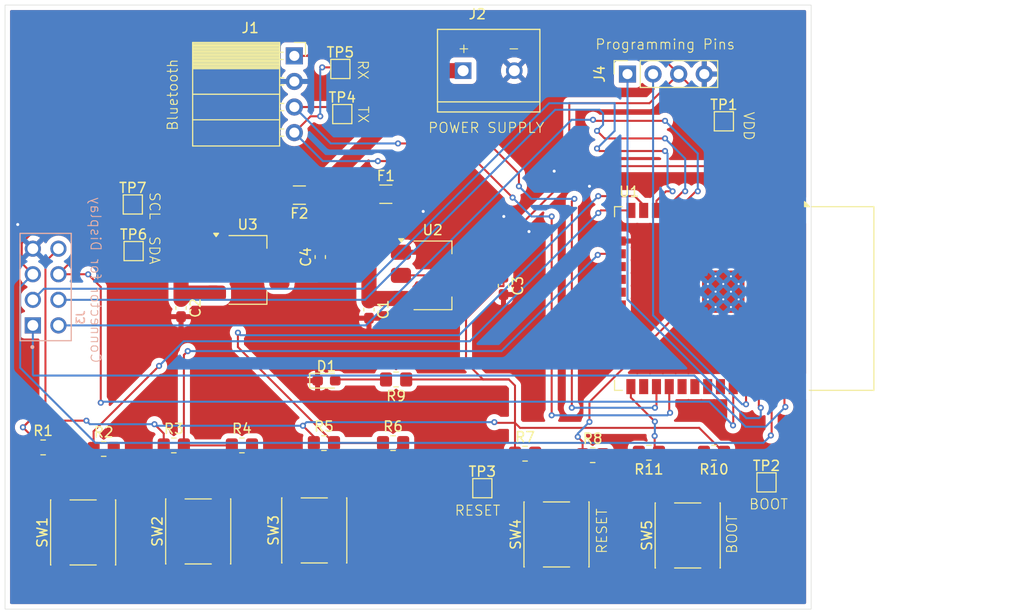
<source format=kicad_pcb>
(kicad_pcb (version 20240108) (generator "pcbnew") (generator_version "8.0")
  (layers (0 "F.Cu" signal) (31 "B.Cu" signal) (34 "B.Paste" user) (35 "F.Paste" user) (36 "B.SilkS" user "B.Silkscreen") (37 "F.SilkS" user "F.Silkscreen") (38 "B.Mask" user) (39 "F.Mask" user) (44 "Edge.Cuts" user))
  (net 0 "")
  (net 1 "Net-(U2-VI)")
  (net 2 "GND")
  (net 3 "Net-(U3-VI)")
  (net 4 "VDD")
  (net 5 "/Vin")
  (net 6 "Net-(D1-A)")
  (net 7 "/Vbat")
  (net 8 "/Rx_BL")
  (net 9 "/Tx_BL")
  (net 10 "/Rx")
  (net 11 "/Tx")
  (net 12 "/PB2")
  (net 13 "Net-(R2-Pad2)")
  (net 14 "/PB3")
  (net 15 "Net-(R4-Pad2)")
  (net 16 "/PB4")
  (net 17 "Net-(R6-Pad2)")
  (net 18 "/EN")
  (net 19 "Net-(R8-Pad2)")
  (net 20 "/BOOT")
  (net 21 "Net-(R11-Pad2)")
  (net 25 "/d{slash}c")
  (net 27 "/busy")
  (net 30 "/sda")
  (net 31 "/scl")
  (net 32 "/res")
  (net 33 "/cs")
  (footprint "Button_Switch_SMD:SW_Push_1P1T_NO_6x6mm_H9.5mm" (layer "F.Cu") (at 130.73 146.585 90)
    (property "Reference" "SW4")
    (property "Value" "SW_Push")
  )
  (footprint "Resistor_SMD:R_0805_2012Metric_Pad1.20x1.40mm_HandSolder" (layer "F.Cu") (at 127.61 138.56)
    (property "Reference" "R7")
    (property "Value" "12K")
  )
  (footprint "Resistor_SMD:R_0805_2012Metric_Pad1.20x1.40mm_HandSolder" (layer "F.Cu") (at 79.78 137.94)
    (property "Reference" "R1")
    (property "Value" "12K")
  )
  (footprint "TestPoint:TestPoint_Pad_1.5x1.5mm" (layer "F.Cu") (at 88.68 113.81)
    (property "Reference" "TP7")
    (property "Value" "TestPoint")
  )
  (footprint "TestPoint:TestPoint_Pad_1.5x1.5mm" (layer "F.Cu") (at 123.37 141.99)
    (property "Reference" "TP3")
    (property "Value" "TestPoint")
  )
  (footprint "Connector_PinSocket_2.54mm:PinSocket_1x04_P2.54mm_Horizontal" (layer "F.Cu") (at 104.71 99.05)
    (property "Reference" "J1")
    (property "Value" "Conn_01x04_Pin")
  )
  (footprint "TestPoint:TestPoint_Pad_1.5x1.5mm" (layer "F.Cu") (at 147.34 105.55)
    (property "Reference" "TP1")
    (property "Value" "TestPoint")
  )
  (footprint "Connector_PinSocket_2.54mm:PinSocket_1x04_P2.54mm_Vertical" (layer "F.Cu") (at 137.775 100.855 90)
    (property "Reference" "J4")
    (property "Value" "Conn_01x04_Pin")
  )
  (footprint "Capacitor_SMD:C_0603_1608Metric_Pad1.08x0.95mm_HandSolder" (layer "F.Cu") (at 107.2875 119.03 90)
    (property "Reference" "C4")
    (property "Value" "22uF")
  )
  (footprint "TestPoint:TestPoint_Pad_1.5x1.5mm" (layer "F.Cu") (at 88.76 118.44)
    (property "Reference" "TP6")
    (property "Value" "TestPoint")
  )
  (footprint "Capacitor_SMD:C_0603_1608Metric_Pad1.08x0.95mm_HandSolder" (layer "F.Cu") (at 93.4675 124.09 -90)
    (property "Reference" "C2")
    (property "Value" "10uF")
  )
  (footprint "RF_Module:ESP32-WROOM-32" (layer "F.Cu") (at 146.37 123.15 -90)
    (property "Reference" "U1")
    (property "Value" "ESP32-WROOM-32")
  )
  (footprint "Resistor_SMD:R_0805_2012Metric_Pad1.20x1.40mm_HandSolder" (layer "F.Cu") (at 107.65 137.51)
    (property "Reference" "R5")
    (property "Value" "12K")
  )
  (footprint "Resistor_SMD:R_0805_2012Metric_Pad1.20x1.40mm_HandSolder" (layer "F.Cu") (at 114.51 137.51)
    (property "Reference" "R6")
    (property "Value" "470")
  )
  (footprint "Resistor_SMD:R_0805_2012Metric_Pad1.20x1.40mm_HandSolder" (layer "F.Cu") (at 139.9 138.47 180)
    (property "Reference" "R11")
    (property "Value" "470")
  )
  (footprint "Fuse:Fuse_1206_3216Metric_Pad1.42x1.75mm_HandSolder" (layer "F.Cu") (at 113.7925 112.79)
    (property "Reference" "F1")
    (property "Value" "Fuse")
  )
  (footprint "282837-2:TE_282837-2" (layer "F.Cu") (at 124 100.52)
    (property "Reference" "J2")
    (property "Value" "Conn_01x02_Pin")
  )
  (footprint "LED_SMD:LED_0603_1608Metric_Pad1.05x0.95mm_HandSolder" (layer "F.Cu") (at 107.895 131.31)
    (property "Reference" "D1")
    (property "Value" "Power LED")
  )
  (footprint "Button_Switch_SMD:SW_Push_1P1T_NO_6x6mm_H9.5mm" (layer "F.Cu") (at 106.69 146.185 90)
    (property "Reference" "SW3")
    (property "Value" "SW_Push")
  )
  (footprint "Resistor_SMD:R_0805_2012Metric_Pad1.20x1.40mm_HandSolder" (layer "F.Cu") (at 85.79 138.09)
    (property "Reference" "R2")
    (property "Value" "470")
  )
  (footprint "TestPoint:TestPoint_Pad_1.5x1.5mm" (layer "F.Cu") (at 109.28 100.35)
    (property "Reference" "TP5")
    (property "Value" "TestPoint")
  )
  (footprint "Button_Switch_SMD:SW_Push_1P1T_NO_6x6mm_H9.5mm" (layer "F.Cu") (at 143.75 146.685 90)
    (property "Reference" "SW5")
    (property "Value" "SW_Push")
  )
  (footprint "Capacitor_SMD:C_0603_1608Metric_Pad1.08x0.95mm_HandSolder" (layer "F.Cu") (at 112.1175 124.24 -90)
    (property "Reference" "C1")
    (property "Value" "10uf")
  )
  (footprint "TestPoint:TestPoint_Pad_1.5x1.5mm" (layer "F.Cu") (at 109.47 104.83)
    (property "Reference" "TP4")
    (property "Value" "TestPoint")
  )
  (footprint "Resistor_SMD:R_0805_2012Metric_Pad1.20x1.40mm_HandSolder" (layer "F.Cu") (at 134.32 138.71)
    (property "Reference" "R8")
    (property "Value" "470")
  )
  (footprint "Package_TO_SOT_SMD:SOT-223-3_TabPin2" (layer "F.Cu") (at 118.44 120.85)
    (property "Reference" "U2")
    (property "Value" "AMS1117-3.3")
  )
  (footprint "Resistor_SMD:R_0805_2012Metric_Pad1.20x1.40mm_HandSolder" (layer "F.Cu") (at 146.36 138.47 180)
    (property "Reference" "R10")
    (property "Value" "12K")
  )
  (footprint "Fuse:Fuse_1206_3216Metric_Pad1.42x1.75mm_HandSolder" (layer "F.Cu") (at 105.2125 112.88 180)
    (property "Reference" "F2")
    (property "Value" "Fuse")
  )
  (footprint "Resistor_SMD:R_0805_2012Metric_Pad1.20x1.40mm_HandSolder" (layer "F.Cu") (at 114.81 131.19 180)
    (property "Reference" "R9")
    (property "Value" "470")
  )
  (footprint "Button_Switch_SMD:SW_Push_1P1T_NO_6x6mm_H9.5mm" (layer "F.Cu") (at 83.75 146.385 90)
    (property "Reference" "SW1")
    (property "Value" "SW_Push")
  )
  (footprint "Resistor_SMD:R_0805_2012Metric_Pad1.20x1.40mm_HandSolder" (layer "F.Cu") (at 92.75 137.74)
    (property "Reference" "R3")
    (property "Value" "12K")
  )
  (footprint "Package_TO_SOT_SMD:SOT-223-3_TabPin2" (layer "F.Cu") (at 100.08 120.31)
    (property "Reference" "U3")
    (property "Value" "AMS1117-5.0")
  )
  (footprint "Capacitor_SMD:C_0603_1608Metric_Pad1.08x0.95mm_HandSolder" (layer "F.Cu") (at 125.4675 121.89 -90)
    (property "Reference" "C3")
    (property "Value" "22uf")
  )
  (footprint "Resistor_SMD:R_0805_2012Metric_Pad1.20x1.40mm_HandSolder" (layer "F.Cu") (at 99.51 137.74)
    (property "Reference" "R4")
    (property "Value" "470")
  )
  (footprint "TestPoint:TestPoint_Pad_1.5x1.5mm" (layer "F.Cu") (at 151.57 141.41)
    (property "Reference" "TP2")
    (property "Value" "TestPoint")
  )
  (footprint "Button_Switch_SMD:SW_Push_1P1T_NO_6x6mm_H9.5mm" (layer "F.Cu") (at 95.17 146.285 90)
    (property "Reference" "SW2")
    (property "Value" "SW_Push")
  )
  (footprint "PPTC042LFBN_RC:SULLINS_PPTC042LFBN-RC" (layer "B.Cu") (at 80.03 122.01 90)
    (property "Reference" "J3")
    (property "Value" "PPTC042LFBN-RC")
  )
  (gr_rect (start 76 94) (end 156 154) (stroke (width 0.05)) (fill none) (layer "Edge.Cuts"))
  (gr_text "Connector for Display\n" (at 84.41 129.64 -90) (layer "B.SilkS") (effects (font (size 1 1) (thickness 0.1)) (justify left bottom mirror)))
  (gr_text "-" (at 125.81 98.86 0) (layer "F.SilkS") (effects (font (size 1 1) (thickness 0.1)) (justify left bottom)))
  (gr_text "POWER SUPPLY" (at 117.93 106.78 0) (layer "F.SilkS") (effects (font (size 1 1) (thickness 0.1)) (justify left bottom)))
  (gr_text "RX" (at 110.93 99.39 -90) (layer "F.SilkS") (effects (font (size 1 1) (thickness 0.1)) (justify left bottom)))
  (gr_text "BOOT" (at 148.73 148.57 90) (layer "F.SilkS") (effects (font (size 1 1) (thickness 0.1)) (justify left bottom)))
  (gr_text "VDD" (at 149.23 104.53 -90) (layer "F.SilkS") (effects (font (size 1 1) (thickness 0.1)) (justify left bottom)))
  (gr_text "RESET" (at 120.57 144.8 0) (layer "F.SilkS") (effects (font (size 1 1) (thickness 0.1)) (justify left bottom)))
  (gr_text "SCL" (at 90.26 112.51 -90) (layer "F.SilkS") (effects (font (size 1 1) (thickness 0.1)) (justify left bottom)))
  (gr_text "RESET" (at 135.82 148.57 90) (layer "F.SilkS") (effects (font (size 1 1) (thickness 0.1)) (justify left bottom)))
  (gr_text "Bluetooth" (at 93.22 106.55 90) (layer "F.SilkS") (effects (font (size 1 1) (thickness 0.1)) (justify left bottom)))
  (gr_text "Programming Pins" (at 134.52 98.49 0) (layer "F.SilkS") (effects (font (size 1 1) (thickness 0.1)) (justify left bottom)))
  (gr_text "SDA" (at 90.24 116.89 -90) (layer "F.SilkS") (effects (font (size 1 1) (thickness 0.1)) (justify left bottom)))
  (gr_text "TX" (at 110.96 103.95 -90) (layer "F.SilkS") (effects (font (size 1 1) (thickness 0.1)) (justify left bottom)))
  (gr_text "+" (at 120.85 98.86 0) (layer "F.SilkS") (effects (font (size 1 1) (thickness 0.1)) (justify left bottom)))
  (gr_text "BOOT" (at 149.78 144.17 0) (layer "F.SilkS") (effects (font (size 1 1) (thickness 0.1)) (justify left bottom)))
  (segment (start 115.28 112.79) (end 115.28 115.686168) (width 1.5) (layer "F.Cu") (net 1))
  (segment (start 115.28 115.686168) (end 112.1175 118.848668) (width 1.5) (layer "F.Cu") (net 1))
  (segment (start 112.1175 118.848668) (end 112.1175 123.3775) (width 1.5) (layer "F.Cu") (net 1))
  (segment (start 115.29 123.15) (end 112.345 123.15) (width 1.5) (layer "F.Cu") (net 1))
  (segment (start 112.345 123.15) (end 112.1175 123.3775) (width 1.5) (layer "F.Cu") (net 1))
  (segment (start 117.5 116.34) (end 117.5 114.5) (width 0.2) (layer "F.Cu") (net 2))
  (segment (start 115.29 118.55) (end 117.5 116.34) (width 0.2) (layer "F.Cu") (net 2))
  (via (at 117.5 114.5) (size 0.6) (drill 0.3) (layers "F.Cu" "B.Cu") (net 2))
  (via (at 125.5 115) (size 0.6) (drill 0.3) (layers "F.Cu" "B.Cu") (net 2))
  (via (at 77.26 115.8) (size 0.6) (drill 0.3) (layers "F.Cu" "B.Cu") (net 2))
  (via (at 128 116.5) (size 0.6) (drill 0.3) (layers "F.Cu" "B.Cu") (net 2))
  (via (at 130.5 110.5) (size 0.6) (drill 0.3) (layers "F.Cu" "B.Cu") (net 2))
  (via (at 134 112) (size 0.6) (drill 0.3) (layers "F.Cu" "B.Cu") (net 2))
  (segment (start 78.76 118.2) (end 77.26 116.7) (width 0.2) (layer "B.Cu") (net 2))
  (segment (start 77.26 116.7) (end 77.26 115.8) (width 0.2) (layer "B.Cu") (net 2))
  (segment (start 126.5 115) (end 125.5 115) (width 0.2) (layer "B.Cu") (net 2))
  (segment (start 134 112) (end 132.5 110.5) (width 0.2) (layer "B.Cu") (net 2))
  (segment (start 128 116.5) (end 126.5 115) (width 0.2) (layer "B.Cu") (net 2))
  (segment (start 132.5 110.5) (end 130.5 110.5) (width 0.2) (layer "B.Cu") (net 2))
  (segment (start 94.085 122.61) (end 93.4675 123.2275) (width 1.5) (layer "F.Cu") (net 3))
  (segment (start 94.12 112.88) (end 93.4675 113.5325) (width 1.5) (layer "F.Cu") (net 3))
  (segment (start 103.725 112.88) (end 94.12 112.88) (width 1.5) (layer "F.Cu") (net 3))
  (segment (start 93.4675 113.5325) (end 93.4675 123.2275) (width 1.5) (layer "F.Cu") (net 3))
  (segment (start 96.93 122.61) (end 94.085 122.61) (width 1.5) (layer "F.Cu") (net 3))
  (segment (start 78.4352 135.2804) (end 77.7748 135.9408) (width 0.2) (layer "F.Cu") (net 4))
  (segment (start 126.61 135.5) (end 124.6288 135.5) (width 0.2) (layer "F.Cu") (net 4))
  (segment (start 142.855 100.855) (end 147.34 105.34) (width 0.2) (layer "F.Cu") (net 4))
  (segment (start 132 109) (end 132 103.75) (width 0.2) (layer "F.Cu") (net 4))
  (segment (start 132 103.75) (end 139.96 103.75) (width 0.2) (layer "F.Cu") (net 4))
  (segment (start 125.4675 117.5325) (end 133 110) (width 0.2) (layer "F.Cu") (net 4))
  (segment (start 106 99.05) (end 104.71 99.05) (width 0.2) (layer "F.Cu") (net 4))
  (segment (start 121.59 120.85) (end 125.29 120.85) (width 0.2) (layer "F.Cu") (net 4))
  (segment (start 126.61 131.8) (end 126.61 135.5) (width 0.2) (layer "F.Cu") (net 4))
  (segment (start 142.855 100.855) (end 137.55 95.55) (width 0.2) (layer "F.Cu") (net 4))
  (segment (start 125.000778 121.915) (end 121.75 125.165778) (width 0.2) (layer "F.Cu") (net 4))
  (segment (start 125.4675 121.0275) (end 125.4675 121.915) (width 0.2) (layer "F.Cu") (net 4))
  (segment (start 84.074 135.2804) (end 78.4352 135.2804) (width 0.2) (layer "F.Cu") (net 4))
  (segment (start 126 131.19) (end 115.81 131.19) (width 0.2) (layer "F.Cu") (net 4))
  (segment (start 123.44 131.19) (end 126 131.19) (width 0.2) (layer "F.Cu") (net 4))
  (segment (start 91.75 137.74) (end 91.75 136.5556) (width 0.2) (layer "F.Cu") (net 4))
  (segment (start 126 131.19) (end 126.61 131.8) (width 0.2) (layer "F.Cu") (net 4))
  (segment (start 147.34 105.34) (end 147.34 105.55) (width 0.2) (layer "F.Cu") (net 4))
  (segment (start 77.7748 135.9408) (end 80.01 133.7056) (width 0.2) (layer "F.Cu") (net 4))
  (segment (start 139.96 103.75) (end 142.855 100.855) (width 0.2) (layer "F.Cu") (net 4))
  (segment (start 153 110) (end 153.35 110.35) (width 0.2) (layer "F.Cu") (net 4))
  (segment (start 144.89 136) (end 147.36 138.47) (width 0.2) (layer "F.Cu") (net 4))
  (segment (start 125.29 120.85) (end 125.4675 121.0275) (width 0.2) (layer "F.Cu") (net 4))
  (segment (start 78.78 137.94) (end 78.78 136.946) (width 0.2) (layer "F.Cu") (net 4))
  (segment (start 78.78 136.946) (end 77.7748 135.9408) (width 0.2) (layer "F.Cu") (net 4))
  (segment (start 106.65 137.51) (end 106.65 136.876) (width 0.2) (layer "F.Cu") (net 4))
  (segment (start 133 110) (end 153 110) (width 0.2) (layer "F.Cu") (net 4))
  (segment (start 126.61 135.5) (end 127.11 136) (width 0.2) (layer "F.Cu") (net 4))
  (segment (start 121.75 129.5) (end 123.44 131.19) (width 0.2) (layer "F.Cu") (net 4))
  (segment (start 121.59 120.85) (end 115.29 120.85) (width 0.2) (layer "F.Cu") (net 4))
  (segment (start 91.75 136.5556) (end 90.8304 135.636) (width 0.2) (layer "F.Cu") (net 4))
  (segment (start 80.01 119.49) (end 81.3 118.2) (width 0.2) (layer "F.Cu") (net 4))
  (segment (start 126.61 135.5) (end 126.61 138.56) (width 0.2) (layer "F.Cu") (net 4))
  (segment (start 153.35 110.35) (end 153.35 114.4) (width 0.2) (layer "F.Cu") (net 4))
  (segment (start 121.75 125.165778) (end 121.75 129.5) (width 0.2) (layer "F.Cu") (net 4))
  (segment (start 125.4675 121.0275) (end 125.4675 117.5325) (width 0.2) (layer "F.Cu") (net 4))
  (segment (start 106.65 136.876) (end 105.5624 135.7884) (width 0.2) (layer "F.Cu") (net 4))
  (segment (start 127.11 136) (end 144.89 136) (width 0.2) (layer "F.Cu") (net 4))
  (segment (start 124.6288 135.5) (end 124.5616 135.4328) (width 0.2) (layer "F.Cu") (net 4))
  (segment (start 125.4675 121.915) (end 125.000778 121.915) (width 0.2) (layer "F.Cu") (net 4))
  (segment (start 109.5 95.55) (end 106 99.05) (width 0.2) (layer "F.Cu") (net 4))
  (segment (start 80.01 133.7056) (end 80.01 119.49) (width 0.2) (layer "F.Cu") (net 4))
  (segment (start 137.55 95.55) (end 109.5 95.55) (width 0.2) (layer "F.Cu") (net 4))
  (segment (start 133 110) (end 132 109) (width 0.2) (layer "F.Cu") (net 4))
  (via (at 105.5624 135.7884) (size 0.6) (drill 0.3) (layers "F.Cu" "B.Cu") (net 4))
  (via (at 90.8304 135.636) (size 0.6) (drill 0.3) (layers "F.Cu" "B.Cu") (net 4))
  (via (at 77.7748 135.9408) (size 0.6) (drill 0.3) (layers "F.Cu" "B.Cu") (net 4))
  (via (at 84.074 135.2804) (size 0.6) (drill 0.3) (layers "F.Cu" "B.Cu") (net 4))
  (via (at 124.5616 135.4328) (size 0.6) (drill 0.3) (layers "F.Cu" "B.Cu") (net 4))
  (segment (start 105.918 135.4328) (end 105.5624 135.7884) (width 0.2) (layer "B.Cu") (net 4))
  (segment (start 105.5624 135.7884) (end 90.9828 135.7884) (width 0.2) (layer "B.Cu") (net 4))
  (segment (start 124.5616 135.4328) (end 105.918 135.4328) (width 0.2) (layer "B.Cu") (net 4))
  (segment (start 84.4296 135.636) (end 84.074 135.2804) (width 0.2) (layer "B.Cu") (net 4))
  (segment (start 90.9828 135.7884) (end 90.8304 135.636) (width 0.2) (layer "B.Cu") (net 4))
  (segment (start 90.8304 135.636) (end 84.4296 135.636) (width 0.2) (layer "B.Cu") (net 4))
  (segment (start 112.305 112.79) (end 112.305 115.37346) (width 1.5) (layer "F.Cu") (net 5))
  (segment (start 103.23 120.31) (end 106.87 120.31) (width 1.5) (layer "F.Cu") (net 5))
  (segment (start 106.87 120.31) (end 107.2875 119.8925) (width 1.5) (layer "F.Cu") (net 5))
  (segment (start 112.305 115.37346) (end 107.78596 119.8925) (width 1.5) (layer "F.Cu") (net 5))
  (segment (start 107.78596 119.8925) (end 107.2875 119.8925) (width 1.5) (layer "F.Cu") (net 5))
  (segment (start 103.23 120.31) (end 96.93 120.31) (width 1.5) (layer "F.Cu") (net 5))
  (segment (start 113.81 131.19) (end 108.89 131.19) (width 0.2) (layer "F.Cu") (net 6))
  (segment (start 108.89 131.19) (end 108.77 131.31) (width 0.2) (layer "F.Cu") (net 6))
  (segment (start 119.06 100.52) (end 106.7 112.88) (width 1.5) (layer "F.Cu") (net 7))
  (segment (start 121.46 100.52) (end 119.06 100.52) (width 1.5) (layer "F.Cu") (net 7))
  (segment (start 141.92 131.9) (end 141.92 134.42) (width 0.2) (layer "F.Cu") (net 8))
  (segment (start 122.75 109.5) (end 113 109.5) (width 0.2) (layer "F.Cu") (net 8))
  (segment (start 130.25 134.75) (end 130.25 115) (width 0.2) (layer "F.Cu") (net 8))
  (segment (start 126.375 113.125) (end 122.75 109.5) (width 0.2) (layer "F.Cu") (net 8))
  (segment (start 109.12 100.19) (end 109.28 100.35) (width 0.2) (layer "F.Cu") (net 8))
  (segment (start 141.92 134.42) (end 142 134.5) (width 0.2) (layer "F.Cu") (net 8))
  (segment (start 104.71 106.67) (end 106.33 105.05) (width 0.2) (layer "F.Cu") (net 8))
  (segment (start 107.48 100.19) (end 109.12 100.19) (width 0.2) (layer "F.Cu") (net 8))
  (segment (start 106.33 105.05) (end 107.28 105.05) (width 0.2) (layer "F.Cu") (net 8))
  (via (at 130.25 134.75) (size 0.6) (drill 0.3) (layers "F.Cu" "B.Cu") (net 8))
  (via (at 107.28 105.05) (size 0.6) (drill 0.3) (layers "F.Cu" "B.Cu") (net 8))
  (via (at 126.375 113.125) (size 0.6) (drill 0.3) (layers "F.Cu" "B.Cu") (net 8))
  (via (at 130.25 115) (size 0.6) (drill 0.3) (layers "F.Cu" "B.Cu") (net 8))
  (via (at 113 109.5) (size 0.6) (drill 0.3) (layers "F.Cu" "B.Cu") (net 8))
  (via (at 107.48 100.19) (size 0.6) (drill 0.3) (layers "F.Cu" "B.Cu") (net 8))
  (via (at 142 134.5) (size 0.6) (drill 0.3) (layers "F.Cu" "B.Cu") (net 8))
  (segment (start 113 109.5) (end 107.54 109.5) (width 0.2) (layer "B.Cu") (net 8))
  (segment (start 107.28 100.39) (end 107.48 100.19) (width 0.2) (layer "B.Cu") (net 8))
  (segment (start 107.28 105.05) (end 107.28 100.39) (width 0.2) (layer "B.Cu") (net 8))
  (segment (start 126.375 113.125) (end 128.25 115) (width 0.2) (layer "B.Cu") (net 8))
  (segment (start 107.54 109.5) (end 104.71 106.67) (width 0.2) (layer "B.Cu") (net 8))
  (segment (start 128.25 115) (end 130.25 115) (width 0.2) (layer "B.Cu") (net 8))
  (segment (start 142 134.5) (end 141.75 134.75) (width 0.2) (layer "B.Cu") (net 8))
  (segment (start 141.75 134.75) (end 130.25 134.75) (width 0.2) (layer "B.Cu") (net 8))
  (segment (start 127 110.75) (end 124 107.75) (width 0.2) (layer "F.Cu") (net 9))
  (segment (start 127 112) (end 127 110.75) (width 0.2) (layer "F.Cu") (net 9))
  (segment (start 140.65 133.85) (end 140.5 134) (width 0.2) (layer "F.Cu") (net 9))
  (segment (start 132.25 113.5) (end 132.5 113.25) (width 0.2) (layer "F.Cu") (net 9))
  (segment (start 124 107.75) (end 115 107.75) (width 0.2) (layer "F.Cu") (net 9))
  (segment (start 108.77 104.13) (end 109.47 104.83) (width 0.2) (layer "F.Cu") (net 9))
  (segment (start 104.71 104.13) (end 108.77 104.13) (width 0.2) (layer "F.Cu") (net 9))
  (segment (start 140.65 131.9) (end 140.65 133.85) (width 0.2) (layer "F.Cu") (net 9))
  (segment (start 132.25 134) (end 132.25 113.5) (width 0.2) (layer "F.Cu") (net 9))
  (via (at 115 107.75) (size 0.6) (drill 0.3) (layers "F.Cu" "B.Cu") (net 9))
  (via (at 132.5 113.25) (size 0.6) (drill 0.3) (layers "F.Cu" "B.Cu") (net 9))
  (via (at 140.5 134) (size 0.6) (drill 0.3) (layers "F.Cu" "B.Cu") (net 9))
  (via (at 132.25 134) (size 0.6) (drill 0.3) (layers "F.Cu" "B.Cu") (net 9))
  (via (at 127 112) (size 0.6) (drill 0.3) (layers "F.Cu" "B.Cu") (net 9))
  (segment (start 140.5 134) (end 132.25 134) (width 0.2) (layer "B.Cu") (net 9))
  (segment (start 128.25 113.25) (end 132.5 113.25) (width 0.2) (layer "B.Cu") (net 9))
  (segment (start 115 107.75) (end 108.33 107.75) (width 0.2) (layer "B.Cu") (net 9))
  (segment (start 127 112) (end 128.25 113.25) (width 0.2) (layer "B.Cu") (net 9))
  (segment (start 108.33 107.75) (end 104.71 104.13) (width 0.2) (layer "B.Cu") (net 9))
  (segment (start 149.54 133.6548) (end 149.54 131.9) (width 0.2) (layer "F.Cu") (net 10))
  (via (at 149.54 133.6548) (size 0.6) (drill 0.3) (layers "F.Cu" "B.Cu") (net 10))
  (segment (start 140.315 124.815) (end 140.315 100.855) (width 0.2) (layer "B.Cu") (net 10))
  (segment (start 149.1548 133.6548) (end 140.315 124.815) (width 0.2) (layer "B.Cu") (net 10))
  (segment (start 149.54 133.6548) (end 149.1548 133.6548) (width 0.2) (layer "B.Cu") (net 10))
  (segment (start 150.81 133.81) (end 151 134) (width 0.2) (layer "F.Cu") (net 11))
  (segment (start 150.81 131.9) (end 150.81 133.81) (width 0.2) (layer "F.Cu") (net 11))
  (via (at 151 134) (size 0.6) (drill 0.3) (layers "F.Cu" "B.Cu") (net 11))
  (segment (start 150.8252 135.0264) (end 149.565736 135.0264) (width 0.2) (layer "B.Cu") (net 11))
  (segment (start 137.775 123.235664) (end 137.775 100.855) (width 0.2) (layer "B.Cu") (net 11))
  (segment (start 151 134) (end 151 134.8516) (width 0.2) (layer "B.Cu") (net 11))
  (segment (start 151 134.8516) (end 150.8252 135.0264) (width 0.2) (layer "B.Cu") (net 11))
  (segment (start 149.565736 135.0264) (end 137.775 123.235664) (width 0.2) (layer "B.Cu") (net 11))
  (segment (start 91.2876 129.8448) (end 84.79 136.3424) (width 0.2) (layer "F.Cu") (net 12))
  (segment (start 84.64 137.94) (end 84.79 138.09) (width 0.2) (layer "F.Cu") (net 12))
  (segment (start 84.79 136.3424) (end 84.79 138.09) (width 0.2) (layer "F.Cu") (net 12))
  (segment (start 138.11 114.4) (end 135.1296 114.4) (width 0.2) (layer "F.Cu") (net 12))
  (segment (start 80.78 137.94) (end 84.64 137.94) (width 0.2) (layer "F.Cu") (net 12))
  (segment (start 135.1296 114.4) (end 134.874 114.6556) (width 0.2) (layer "F.Cu") (net 12))
  (via (at 91.2876 129.8448) (size 0.6) (drill 0.3) (layers "F.Cu" "B.Cu") (net 12))
  (via (at 134.874 114.6556) (size 0.6) (drill 0.3) (layers "F.Cu" "B.Cu") (net 12))
  (segment (start 134.874 114.6556) (end 122.1328 127.3968) (width 0.2) (layer "B.Cu") (net 12))
  (segment (start 93.7356 127.3968) (end 91.2876 129.8448) (width 0.2) (layer "B.Cu") (net 12))
  (segment (start 122.1328 127.3968) (end 93.7356 127.3968) (width 0.2) (layer "B.Cu") (net 12))
  (segment (start 82.47 142.41) (end 81.5 142.41) (width 0.2) (layer "F.Cu") (net 13))
  (segment (start 81.5 142.41) (end 81.5 150.36) (width 0.2) (layer "F.Cu") (net 13))
  (segment (start 86.79 138.09) (end 82.47 142.41) (width 0.2) (layer "F.Cu") (net 13))
  (segment (start 98.51 137.74) (end 93.75 137.74) (width 0.2) (layer "F.Cu") (net 14))
  (segment (start 136.86 118.71) (end 134.9344 118.71) (width 0.2) (layer "F.Cu") (net 14))
  (segment (start 134.9344 118.71) (end 134.8232 118.8212) (width 0.2) (layer "F.Cu") (net 14))
  (segment (start 93.75 128.754) (end 93.75 137.74) (width 0.2) (layer "F.Cu") (net 14))
  (segment (start 94.1324 128.3716) (end 93.75 128.754) (width 0.2) (layer "F.Cu") (net 14))
  (via (at 134.8232 118.8212) (size 0.6) (drill 0.3) (layers "F.Cu" "B.Cu") (net 14))
  (via (at 94.1324 128.3716) (size 0.6) (drill 0.3) (layers "F.Cu" "B.Cu") (net 14))
  (segment (start 134.8232 118.8212) (end 125.2728 128.3716) (width 0.2) (layer "B.Cu") (net 14))
  (segment (start 125.2728 128.3716) (end 94.1324 128.3716) (width 0.2) (layer "B.Cu") (net 14))
  (segment (start 92.92 142.31) (end 92.92 150.26) (width 0.2) (layer "F.Cu") (net 15))
  (segment (start 97.015 141.235) (end 93.995 141.235) (width 0.2) (layer "F.Cu") (net 15))
  (segment (start 100.51 137.74) (end 97.015 141.235) (width 0.2) (layer "F.Cu") (net 15))
  (segment (start 93.995 141.235) (end 92.92 142.31) (width 0.2) (layer "F.Cu") (net 15))
  (segment (start 139.38 113.87) (end 138.4892 112.9792) (width 0.2) (layer "F.Cu") (net 16))
  (segment (start 108.65 137.51) (end 113.51 137.51) (width 0.2) (layer "F.Cu") (net 16))
  (segment (start 138.4892 112.9792) (end 134.874 112.9792) (width 0.2) (layer "F.Cu") (net 16))
  (segment (start 99.1108 126.5428) (end 99.1108 127.9708) (width 0.2) (layer "F.Cu") (net 16))
  (segment (start 139.38 114.4) (end 139.38 113.87) (width 0.2) (layer "F.Cu") (net 16))
  (segment (start 99.1108 127.9708) (end 108.65 137.51) (width 0.2) (layer "F.Cu") (net 16))
  (via (at 134.874 112.9792) (size 0.6) (drill 0.3) (layers "F.Cu" "B.Cu") (net 16))
  (via (at 99.1108 126.5428) (size 0.6) (drill 0.3) (layers "F.Cu" "B.Cu") (net 16))
  (segment (start 121.0564 126.7968) (end 134.874 112.9792) (width 0.2) (layer "B.Cu") (net 16))
  (segment (start 99.3648 126.7968) (end 121.0564 126.7968) (width 0.2) (layer "B.Cu") (net 16))
  (segment (start 99.1108 126.5428) (end 99.3648 126.7968) (width 0.2) (layer "B.Cu") (net 16))
  (segment (start 105.515 141.135) (end 104.44 142.21) (width 0.2) (layer "F.Cu") (net 17))
  (segment (start 104.44 142.21) (end 104.44 150.16) (width 0.2) (layer "F.Cu") (net 17))
  (segment (start 115.51 137.51) (end 111.885 141.135) (width 0.2) (layer "F.Cu") (net 17))
  (segment (start 111.885 141.135) (end 105.515 141.135) (width 0.2) (layer "F.Cu") (net 17))
  (segment (start 128.76 138.71) (end 128.61 138.56) (width 0.2) (layer "F.Cu") (net 18))
  (segment (start 132.84 136.89) (end 133.32 137.37) (width 0.2) (layer "F.Cu") (net 18))
  (segment (start 148.63 118.8) (end 152.08 115.35) (width 0.2) (layer "F.Cu") (net 18))
  (segment (start 143.82 123.61) (end 143.82 119.64) (width 0.2) (layer "F.Cu") (net 18))
  (segment (start 134 135.4) (end 134 133.43) (width 0.2) (layer "F.Cu") (net 18))
  (segment (start 133.32 137.37) (end 133.32 138.71) (width 0.2) (layer "F.Cu") (net 18))
  (segment (start 128.61 138.56) (end 125.18 141.99) (width 0.2) (layer "F.Cu") (net 18))
  (segment (start 133.32 138.71) (end 128.76 138.71) (width 0.2) (layer "F.Cu") (net 18))
  (segment (start 134 133.43) (end 143.82 123.61) (width 0.2) (layer "F.Cu") (net 18))
  (segment (start 144.66 118.8) (end 148.63 118.8) (width 0.2) (layer "F.Cu") (net 18))
  (segment (start 152.08 115.35) (end 152.08 114.4) (width 0.2) (layer "F.Cu") (net 18))
  (segment (start 143.82 119.64) (end 144.66 118.8) (width 0.2) (layer "F.Cu") (net 18))
  (segment (start 125.18 141.99) (end 123.37 141.99) (width 0.2) (layer "F.Cu") (net 18))
  (via (at 132.84 136.89) (size 0.6) (drill 0.3) (layers "F.Cu" "B.Cu") (net 18))
  (via (at 134 135.4) (size 0.6) (drill 0.3) (layers "F.Cu" "B.Cu") (net 18))
  (segment (start 134 135.4) (end 132.84 136.56) (width 0.2) (layer "B.Cu") (net 18))
  (segment (start 132.84 136.56) (end 132.84 136.89) (width 0.2) (layer "B.Cu") (net 18))
  (segment (start 132.495 141.535) (end 129.555 141.535) (width 0.2) (layer "F.Cu") (net 19))
  (segment (start 135.32 138.71) (end 132.495 141.535) (width 0.2) (layer "F.Cu") (net 19))
  (segment (start 128.48 142.61) (end 128.48 150.56) (width 0.2) (layer "F.Cu") (net 19))
  (segment (start 129.555 141.535) (end 128.48 142.61) (width 0.2) (layer "F.Cu") (net 19))
  (segment (start 138.11 132.99) (end 140.49 135.37) (width 0.2) (layer "F.Cu") (net 20))
  (segment (start 145.36 138.47) (end 148.3 141.41) (width 0.2) (layer "F.Cu") (net 20))
  (segment (start 138.11 131.9) (end 138.11 132.99) (width 0.2) (layer "F.Cu") (net 20))
  (segment (start 145.36 138.47) (end 140.9 138.47) (width 0.2) (layer "F.Cu") (net 20))
  (segment (start 140.47 136.8) (end 140.47 138.04) (width 0.2) (layer "F.Cu") (net 20))
  (segment (start 148.3 141.41) (end 151.57 141.41) (width 0.2) (layer "F.Cu") (net 20))
  (segment (start 140.47 138.04) (end 140.9 138.47) (width 0.2) (layer "F.Cu") (net 20))
  (via (at 140.49 135.37) (size 0.6) (drill 0.3) (layers "F.Cu" "B.Cu") (net 20))
  (via (at 140.47 136.8) (size 0.6) (drill 0.3) (layers "F.Cu" "B.Cu") (net 20))
  (segment (start 140.49 136.78) (end 140.47 136.8) (width 0.2) (layer "B.Cu") (net 20))
  (segment (start 140.49 135.37) (end 140.49 136.78) (width 0.2) (layer "B.Cu") (net 20))
  (segment (start 141.5 142.71) (end 141.5 150.66) (width 0.2) (layer "F.Cu") (net 21))
  (segment (start 138.9 140.11) (end 141.5 142.71) (width 0.2) (layer "F.Cu") (net 21))
  (segment (start 138.9 138.47) (end 138.9 140.11) (width 0.2) (layer "F.Cu") (net 21))
  (segment (start 141.6 112.5) (end 142.25 112.5) (width 0.2) (layer "F.Cu") (net 25))
  (segment (start 141.5 108.5) (end 135 108.5) (width 0.2) (layer "F.Cu") (net 25))
  (segment (start 140.65 113.45) (end 141.6 112.5) (width 0.2) (layer "F.Cu") (net 25))
  (segment (start 135 108.5) (end 134.75 108.25) (width 0.2) (layer "F.Cu") (net 25))
  (segment (start 140.65 114.4) (end 140.65 113.45) (width 0.2) (layer "F.Cu") (net 25))
  (via (at 141.5 108.5) (size 0.6) (drill 0.3) (layers "F.Cu" "B.Cu") (net 25))
  (via (at 134.75 108.25) (size 0.6) (drill 0.3) (layers "F.Cu" "B.Cu") (net 25))
  (via (at 142.25 112.5) (size 0.6) (drill 0.3) (layers "F.Cu" "B.Cu") (net 25))
  (segment (start 130 103.75) (end 111.5725 122.1775) (width 0.2) (layer "B.Cu") (net 25))
  (segment (start 136.5 106.5) (end 136.5 103.75) (width 0.2) (layer "B.Cu") (net 25))
  (segment (start 111.5725 122.1775) (end 79.8625 122.1775) (width 0.2) (layer "B.Cu") (net 25))
  (segment (start 136.5 103.75) (end 130 103.75) (width 0.2) (layer "B.Cu") (net 25))
  (segment (start 79.8625 122.1775) (end 78.76 123.28) (width 0.2) (layer "B.Cu") (net 25))
  (segment (start 141.5 108.5) (end 141.75 108.75) (width 0.2) (layer "B.Cu") (net 25))
  (segment (start 141.75 112) (end 142.25 112.5) (width 0.2) (layer "B.Cu") (net 25))
  (segment (start 141.75 108.75) (end 141.75 112) (width 0.2) (layer "B.Cu") (net 25))
  (segment (start 134.75 108.25) (end 136.5 106.5) (width 0.2) (layer "B.Cu") (net 25))
  (segment (start 153.35 133.83) (end 153.44 133.92) (width 0.2) (layer "F.Cu") (net 27))
  (segment (start 153.35 131.9) (end 153.35 133.83) (width 0.2) (layer "F.Cu") (net 27))
  (via (at 153.44 133.92) (size 0.6) (drill 0.3) (layers "F.Cu" "B.Cu") (net 27))
  (segment (start 149.5044 135.89) (end 144.4144 130.8) (width 0.2) (layer "B.Cu") (net 27))
  (segment (start 78.84 130.8) (end 78.76 130.72) (width 0.2) (layer "B.Cu") (net 27))
  (segment (start 153.44 133.92) (end 151.47 135.89) (width 0.2) (layer "B.Cu") (net 27))
  (segment (start 78.76 130.72) (end 78.76 125.82) (width 0.2) (layer "B.Cu") (net 27))
  (segment (start 144.4144 130.8) (end 78.84 130.8) (width 0.2) (layer "B.Cu") (net 27))
  (segment (start 151.47 135.89) (end 149.5044 135.89) (width 0.2) (layer "B.Cu") (net 27))
  (segment (start 85.5 133.5) (end 85.5 122) (width 0.2) (layer "F.Cu") (net 30))
  (segment (start 84.25 120.75) (end 84.24 120.74) (width 0.2) (layer "F.Cu") (net 30))
  (segment (start 148.27 135.73) (end 148.25 135.75) (width 0.2) (layer "F.Cu") (net 30))
  (segment (start 148.27 131.9) (end 148.27 135.73) (width 0.2) (layer "F.Cu") (net 30))
  (segment (start 81.3 120.74) (end 83.6 118.44) (width 0.2) (layer "F.Cu") (net 30))
  (segment (start 85.5 122) (end 84.25 120.75) (width 0.2) (layer "F.Cu") (net 30))
  (segment (start 83.6 118.44) (end 88.76 118.44) (width 0.2) (layer "F.Cu") (net 30))
  (segment (start 84.24 120.74) (end 81.3 120.74) (width 0.2) (layer "F.Cu") (net 30))
  (via (at 85.5 133.5) (size 0.6) (drill 0.3) (layers "F.Cu" "B.Cu") (net 30))
  (via (at 84.25 120.75) (size 0.6) (drill 0.3) (layers "F.Cu" "B.Cu") (net 30))
  (via (at 148.25 135.75) (size 0.6) (drill 0.3) (layers "F.Cu" "B.Cu") (net 30))
  (segment (start 148.25 135.75) (end 145.9 133.4) (width 0.2) (layer "B.Cu") (net 30))
  (segment (start 145.9 133.4) (end 85.6 133.4) (width 0.2) (layer "B.Cu") (net 30))
  (segment (start 85.6 133.4) (end 85.5 133.5) (width 0.2) (layer "B.Cu") (net 30))
  (segment (start 152.08 131.9) (end 152.08 136.67) (width 0.2) (layer "F.Cu") (net 31))
  (segment (start 77.6575 119.6375) (end 77.6575 117.6525) (width 0.2) (layer "F.Cu") (net 31))
  (segment (start 152.08 136.67) (end 152 136.75) (width 0.2) (layer "F.Cu") (net 31))
  (segment (start 81.5 113.81) (end 88.68 113.81) (width 0.2) (layer "F.Cu") (net 31))
  (segment (start 78.76 120.74) (end 77.6575 119.6375) (width 0.2) (layer "F.Cu") (net 31))
  (segment (start 77.6575 117.6525) (end 81.5 113.81) (width 0.2) (layer "F.Cu") (net 31))
  (via (at 152 136.75) (size 0.6) (drill 0.3) (layers "F.Cu" "B.Cu") (net 31))
  (segment (start 152 136.75) (end 151.26 137.49) (width 0.2) (layer "B.Cu") (net 31))
  (segment (start 151.26 137.49) (end 84.964315 137.49) (width 0.2) (layer "B.Cu") (net 31))
  (segment (start 77.5 130.025685) (end 77.5 122) (width 0.2) (layer "B.Cu") (net 31))
  (segment (start 84.964315 137.49) (end 77.5 130.025685) (width 0.2) (layer "B.Cu") (net 31))
  (segment (start 77.5 122) (end 78.76 120.74) (width 0.2) (layer "B.Cu") (net 31))
  (segment (start 143.19 113.87) (end 144.56 112.5) (width 0.2) (layer "F.Cu") (net 32))
  (segment (start 134.353 105.397) (end 134.456 105.5) (width 0.2) (layer "F.Cu") (net 32))
  (segment (start 144.56 112.5) (end 144.75 112.5) (width 0.2) (layer "F.Cu") (net 32))
  (segment (start 143.19 114.4) (end 143.19 113.87) (width 0.2) (layer "F.Cu") (net 32))
  (segment (start 134.456 105.5) (end 141.5 105.5) (width 0.2) (layer "F.Cu") (net 32))
  (via (at 134.353 105.397) (size 0.6) (drill 0.3) (layers "F.Cu" "B.Cu") (net 32))
  (via (at 141.5 105.5) (size 0.6) (drill 0.3) (layers "F.Cu" "B.Cu") (net 32))
  (via (at 144.75 112.5) (size 0.6) (drill 0.3) (layers "F.Cu" "B.Cu") (net 32))
  (segment (start 144.75 108.75) (end 141.5 105.5) (width 0.2) (layer "B.Cu") (net 32))
  (segment (start 134.353 105.397) (end 132.228 105.397) (width 0.2) (layer "B.Cu") (net 32))
  (segment (start 111.805 125.82) (end 81.3 125.82) (width 0.2) (layer "B.Cu") (net 32))
  (segment (start 144.75 112.5) (end 144.75 108.75) (width 0.2) (layer "B.Cu") (net 32))
  (segment (start 132.228 105.397) (end 111.805 125.82) (width 0.2) (layer "B.Cu") (net 32))
  (segment (start 141.92 114.4) (end 141.92 113.87) (width 0.2) (layer "F.Cu") (net 33))
  (segment (start 141.5 107.25) (end 135.5 107.25) (width 0.2) (layer "F.Cu") (net 33))
  (segment (start 135.5 107.25) (end 134.75 106.5) (width 0.2) (layer "F.Cu") (net 33))
  (segment (start 143.29 112.5) (end 143.5 112.5) (width 0.2) (layer "F.Cu") (net 33))
  (segment (start 141.92 113.87) (end 143.29 112.5) (width 0.2) (layer "F.Cu") (net 33))
  (via (at 143.5 112.5) (size 0.6) (drill 0.3) (layers "F.Cu" "B.Cu") (net 33))
  (via (at 134.75 106.5) (size 0.6) (drill 0.3) (layers "F.Cu" "B.Cu") (net 33))
  (via (at 141.5 107.25) (size 0.6) (drill 0.3) (layers "F.Cu" "B.Cu") (net 33))
  (segment (start 143.5 112.5) (end 143.5 109.25) (width 0.2) (layer "B.Cu") (net 33))
  (segment (start 134.75 106.5) (end 135.35 105.9) (width 0.2) (layer "B.Cu") (net 33))
  (segment (start 135.35 104.751471) (end 134.998529 104.4) (width 0.2) (layer "B.Cu") (net 33))
  (segment (start 143.5 109.25) (end 141.5 107.25) (width 0.2) (layer "B.Cu") (net 33))
  (segment (start 130.6 104.4) (end 111.72 123.28) (width 0.2) (layer "B.Cu") (net 33))
  (segment (start 135.35 105.9) (end 135.35 104.751471) (width 0.2) (layer "B.Cu") (net 33))
  (segment (start 111.72 123.28) (end 81.3 123.28) (width 0.2) (layer "B.Cu") (net 33))
  (segment (start 134.998529 104.4) (end 130.6 104.4) (width 0.2) (layer "B.Cu") (net 33))
  (zone (net 2) (net_name "GND") (layer "F.Cu") (connect_pads (clearance 0.5)) (min_thickness 0.25) (fill yes (thermal_gap 0.5) (thermal_bridge_width 0.5))
    (polygon (pts (xy 75.5 154.5) (xy 156.5 154.5) (xy 156.5 93.5) (xy 75.5 93.5)))
  )
  (zone (net 2) (net_name "GND") (layer "B.Cu") (priority 1) (connect_pads (clearance 0.5)) (min_thickness 0.25) (fill yes (thermal_gap 0.5) (thermal_bridge_width 0.5))
    (polygon (pts (xy 75.5 93.5) (xy 75.5 154.5) (xy 156.5 154.5) (xy 156.5 93.5)))
  )
)
</source>
